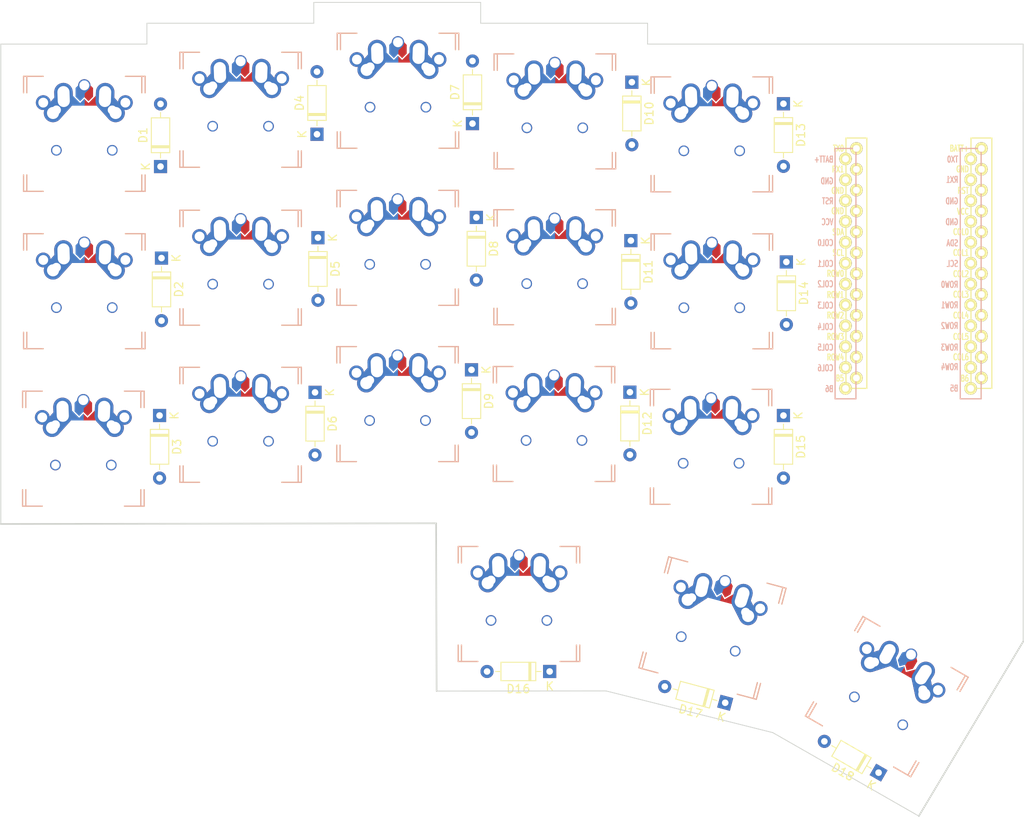
<source format=kicad_pcb>
(kicad_pcb (version 20221018) (generator pcbnew)
  (layers (0 "F.Cu" signal) (31 "B.Cu" signal) (34 "B.Paste" user) (35 "F.Paste" user) (36 "B.SilkS" user "B.Silkscreen") (37 "F.SilkS" user "F.Silkscreen") (38 "B.Mask" user) (39 "F.Mask" user) (44 "Edge.Cuts" user))
  (net 0 "")
  (net 1 "row0")
  (net 2 "Net-(D1-A)")
  (net 3 "row1")
  (net 4 "Net-(D2-A)")
  (net 5 "row2")
  (net 6 "Net-(D3-A)")
  (net 7 "Net-(D4-A)")
  (net 8 "Net-(D5-A)")
  (net 9 "Net-(D6-A)")
  (net 10 "Net-(D7-A)")
  (net 11 "Net-(D8-A)")
  (net 12 "Net-(D9-A)")
  (net 13 "Net-(D10-A)")
  (net 14 "Net-(D11-A)")
  (net 15 "Net-(D12-A)")
  (net 16 "Net-(D13-A)")
  (net 17 "Net-(D14-A)")
  (net 18 "Net-(D15-A)")
  (net 19 "row3")
  (net 20 "Net-(D16-A)")
  (net 21 "Net-(D17-A)")
  (net 22 "Net-(D18-A)")
  (net 23 "col0")
  (net 24 "col1")
  (net 25 "col2")
  (net 26 "col3")
  (net 27 "col4")
  (footprint "mx_kailth_hybird:MX-ALPS-Choc-X-straight-crane" (layer "F.Cu") (at 165.292214 49.091073)
    (fp_text reference "SW13" hide)
    (fp_text value "ergodash:SW_PUSH")
  )
  (footprint "Diode_THT:D_DO-35_SOD27_P7.62mm_Horizontal" (layer "F.Cu") (at 153.02255 47.813181 -90)
    (fp_text reference "D10")
    (fp_text value "1N4148")
  )
  (footprint "Diode_THT:D_DO-35_SOD27_P7.62mm_Horizontal" (layer "F.Cu") (at 171.833637 69.700295 -90)
    (fp_text reference "D14")
    (fp_text value "1N4148")
  )
  (footprint "Diode_THT:D_DO-35_SOD27_P7.62mm_Horizontal" (layer "F.Cu") (at 95.761127 69.22706 -90)
    (fp_text reference "D2")
    (fp_text value "1N4148")
  )
  (footprint "mx_kailth_hybird:MX-ALPS-Choc-X-straight-crane" (layer "F.Cu") (at 188.798418 119.487604 -30)
    (fp_text reference "SW18" hide)
    (fp_text value "ergodash:SW_PUSH")
  )
  (footprint "mx_kailth_hybird:MX-ALPS-Choc-X-straight-crane" (layer "F.Cu") (at 127.089731 43.777046)
    (fp_text reference "SW7" hide)
    (fp_text value "ergodash:SW_PUSH")
  )
  (footprint "Diode_THT:D_DO-35_SOD27_P7.62mm_Horizontal" (layer "F.Cu") (at 114.690523 54.155906 90)
    (fp_text reference "D4")
    (fp_text value "1N4148")
  )
  (footprint "mx_kailth_hybird:MX-ALPS-Choc-X-straight-crane" (layer "F.Cu") (at 107.933565 84.445801)
    (fp_text reference "SW6" hide)
    (fp_text value "ergodash:SW_PUSH")
  )
  (footprint "mx_kailth_hybird:MX-ALPS-Choc-X-straight-crane" (layer "F.Cu") (at 107.933565 46.094056)
    (fp_text reference "SW4" hide)
    (fp_text value "ergodash:SW_PUSH")
  )
  (footprint "mx_kailth_hybird:MX-ALPS-Choc-X-straight-crane" (layer "F.Cu") (at 88.905408 49.023935)
    (fp_text reference "SW1" hide)
    (fp_text value "ergodash:SW_PUSH")
  )
  (footprint "mx_kailth_hybird:MX-ALPS-Choc-X-straight-crane" (layer "F.Cu") (at 88.905578 68.178351)
    (fp_text reference "SW2" hide)
    (fp_text value "ergodash:SW_PUSH")
  )
  (footprint "Diode_THT:D_DO-35_SOD27_P7.62mm_Horizontal" (layer "F.Cu") (at 152.785932 85.553664 -90)
    (fp_text reference "D12")
    (fp_text value "1N4148")
  )
  (footprint "Diode_THT:D_DO-35_SOD27_P7.62mm_Horizontal" (layer "F.Cu") (at 164.388171 123.364783 165)
    (fp_text reference "D17")
    (fp_text value "1N4148")
  )
  (footprint "mx_kailth_hybird:MX-ALPS-Choc-X-straight-crane" (layer "F.Cu") (at 166.606175 110.017709 -15)
    (fp_text reference "SW17" hide)
    (fp_text value "ergodash:SW_PUSH")
  )
  (footprint "mx_kailth_hybird:MX-ALPS-Choc-X-straight-crane" (layer "F.Cu") (at 127.03906 81.921744)
    (fp_text reference "SW9" hide)
    (fp_text value "ergodash:SW_PUSH")
  )
  (footprint "mx_kailth_hybird:MX-ALPS-Choc-X-straight-crane" (layer "F.Cu") (at 146.186719 46.291237)
    (fp_text reference "SW10" hide)
    (fp_text value "ergodash:SW_PUSH")
  )
  (footprint "mx_kailth_hybird:MX-ALPS-Choc-X-straight-crane" (layer "F.Cu") (at 141.820008 106.260164)
    (fp_text reference "SW16" hide)
    (fp_text value "ergodash:SW_PUSH")
  )
  (footprint "mx_kailth_hybird:MX-ALPS-Choc-X-straight-crane" (layer "F.Cu") (at 146.088128 84.34721)
    (fp_text reference "SW12" hide)
    (fp_text value "ergodash:SW_PUSH")
  )
  (footprint "Diode_THT:D_DO-35_SOD27_P7.62mm_Horizontal" (layer "F.Cu") (at 95.642818 58.084214 90)
    (fp_text reference "D1")
    (fp_text value "1N4148")
  )
  (footprint "Diode_THT:D_DO-35_SOD27_P7.62mm_Horizontal" (layer "F.Cu") (at 143.01455 119.55651 180)
    (fp_text reference "D16")
    (fp_text value "1N4148")
  )
  (footprint "Diode_THT:D_DO-35_SOD27_P7.62mm_Horizontal" (layer "F.Cu") (at 134.093154 64.282214 -90)
    (fp_text reference "D8")
    (fp_text value "1N4148")
  )
  (footprint "Diode_THT:D_DO-35_SOD27_P7.62mm_Horizontal" (layer "F.Cu") (at 183.059879 131.872677 150)
    (fp_text reference "D18")
    (fp_text value "1N4148")
  )
  (footprint "Diode_THT:D_DO-35_SOD27_P7.62mm_Horizontal" (layer "F.Cu") (at 152.904241 67.097503 -90)
    (fp_text reference "D11")
    (fp_text value "1N4148")
  )
  (footprint "Diode_THT:D_DO-35_SOD27_P7.62mm_Horizontal" (layer "F.Cu") (at 171.478711 50.440093 -90)
    (fp_text reference "D13")
    (fp_text value "1N4148")
  )
  (footprint "Diode_THT:D_DO-35_SOD27_P7.62mm_Horizontal" (layer "F.Cu") (at 171.478711 88.393073 -90)
    (fp_text reference "D15")
    (fp_text value "1N4148")
  )
  (footprint "Diode_THT:D_DO-35_SOD27_P7.62mm_Horizontal" (layer "F.Cu") (at 95.52451 88.393073 -90)
    (fp_text reference "D3")
    (fp_text value "1N4148")
  )
  (footprint "mx_kailth_hybird:MX-ALPS-Choc-X-straight-crane" (layer "F.Cu") (at 165.208926 87.127125)
    (fp_text reference "SW15" hide)
    (fp_text value "ergodash:SW_PUSH")
  )
  (footprint "mx_kailth_hybird:MX-ALPS-Choc-X-straight-crane" (layer "F.Cu") (at 165.297516 68.19651)
    (fp_text reference "SW14" hide)
    (fp_text value "ergodash:SW_PUSH")
  )
  (footprint "mx_kailth_hybird:MX-ALPS-Choc-X-straight-crane" (layer "F.Cu") (at 146.165637 65.259932)
    (fp_text reference "SW11" hide)
    (fp_text value "ergodash:SW_PUSH")
  )
  (footprint "Diode_THT:D_DO-35_SOD27_P7.62mm_Horizontal" (layer "F.Cu") (at 133.50161 82.832563 -90)
    (fp_text reference "D9")
    (fp_text value "1N4148")
  )
  (footprint "mx_kailth_hybird:MX-ALPS-Choc-X-straight-crane" (layer "F.Cu") (at 107.933565 65.319224)
    (fp_text reference "SW5" hide)
    (fp_text value "ergodash:SW_PUSH")
  )
  (footprint "Diode_THT:D_DO-35_SOD27_P7.62mm_Horizontal" (layer "F.Cu") (at 114.808832 66.742577 -90)
    (fp_text reference "D5")
    (fp_text value "1N4148")
  )
  (footprint "mx_kailth_hybird:MX-ALPS-Choc-X-straight-crane" (layer "F.Cu") (at 127.053116 62.907994)
    (fp_text reference "SW8" hide)
    (fp_text value "ergodash:SW_PUSH")
  )
  (footprint "mx_kailth_hybird:MX-ALPS-Choc-X-straight-crane" (layer "F.Cu") (at 88.785906 87.344228)
    (fp_text reference "SW3" hide)
    (fp_text value "ergodash:SW_PUSH")
  )
  (footprint "taira:nicenano" (layer "F.Cu") (at 187.9236 70.358)
    (fp_text reference "U1" hide)
    (fp_text value "promicro:ProMicro" hide)
  )
  (footprint "Diode_THT:D_DO-35_SOD27_P7.62mm_Horizontal" (layer "F.Cu") (at 114.453906 85.577785 -90)
    (fp_text reference "D6")
    (fp_text value "1N4148")
  )
  (footprint "Diode_THT:D_DO-35_SOD27_P7.62mm_Horizontal" (layer "F.Cu") (at 133.619919 52.85451 90)
    (fp_text reference "D7")
    (fp_text value "1N4148")
  )
  (gr_line (start 200.664997 115.903851) (end 200.66 43.18) (stroke (width 0.1)) (layer "Edge.Cuts"))
  (gr_line (start 114.3 40.64) (end 114.3 38.1) (stroke (width 0.1)) (layer "Edge.Cuts"))
  (gr_line (start 134.62 38.1) (end 114.3 38.1) (stroke (width 0.1)) (layer "Edge.Cuts"))
  (gr_line (start 93.98 43.18) (end 93.98 40.64) (stroke (width 0.1)) (layer "Edge.Cuts"))
  (gr_line (start 76.2 43.18) (end 76.2 101.6) (stroke (width 0.1)) (layer "Edge.Cuts"))
  (gr_line (start 200.66 43.18) (end 154.94 43.18) (stroke (width 0.1)) (layer "Edge.Cuts"))
  (gr_line (start 93.98 43.18) (end 76.2 43.18) (stroke (width 0.1)) (layer "Edge.Cuts"))
  (gr_line (start 200.664997 115.903851) (end 187.96 137.16) (stroke (width 0.2)) (layer "Edge.Cuts"))
  (gr_line (start 76.2 101.6) (end 129.19255 101.515848) (stroke (width 0.2)) (layer "Edge.Cuts"))
  (gr_line (start 134.62 40.64) (end 134.62 38.1) (stroke (width 0.1)) (layer "Edge.Cuts"))
  (gr_line (start 154.94 43.18) (end 154.94 40.64) (stroke (width 0.1)) (layer "Edge.Cuts"))
  (gr_line (start 149.86 121.92) (end 170.18 127) (stroke (width 0.1)) (layer "Edge.Cuts"))
  (gr_line (start 129.254184 121.942688) (end 149.86 121.92) (stroke (width 0.1)) (layer "Edge.Cuts"))
  (gr_line (start 154.94 40.64) (end 134.62 40.64) (stroke (width 0.1)) (layer "Edge.Cuts"))
  (gr_line (start 114.3 40.64) (end 93.98 40.64) (stroke (width 0.1)) (layer "Edge.Cuts"))
  (gr_line (start 129.19255 101.515848) (end 129.254184 121.942688) (stroke (width 0.2)) (layer "Edge.Cuts"))
  (gr_line (start 170.18 127) (end 187.96 137.16) (stroke (width 0.1)) (layer "Edge.Cuts"))
)
</source>
